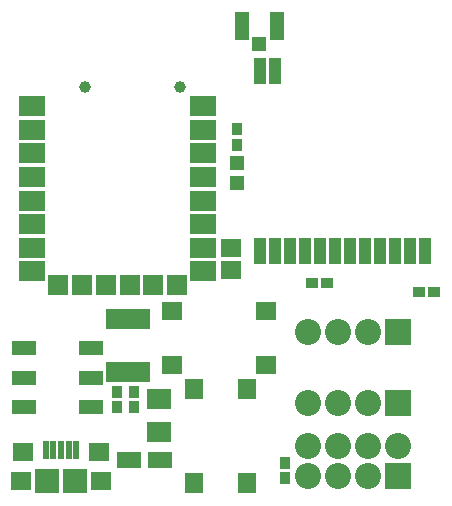
<source format=gts>
G04 DipTrace 3.0.0.1*
G04 ESP-12E_BASE_V2.2-2.gts*
%MOMM*%
G04 #@! TF.FileFunction,Soldermask,Top*
G04 #@! TF.Part,Single*
%ADD59C,1.0*%
%ADD64R,1.004X2.204*%
%ADD66R,1.704X1.704*%
%ADD68R,2.204X1.704*%
%ADD76R,2.154X1.304*%
%ADD78R,1.604X1.804*%
%ADD80R,2.204X2.204*%
%ADD82C,2.204*%
%ADD84R,1.254X2.404*%
%ADD86R,1.204X1.254*%
%ADD88R,2.104X2.104*%
%ADD90R,1.654X1.504*%
%ADD92R,1.804X1.604*%
%ADD94R,0.604X1.554*%
%ADD104R,3.804X1.704*%
%ADD106R,1.204X1.304*%
%ADD108R,0.904X1.104*%
%ADD110R,1.704X1.504*%
%ADD116R,1.104X0.904*%
%ADD120R,2.004X1.804*%
%ADD122R,2.004X1.454*%
%FSLAX35Y35*%
G04*
G71*
G90*
G75*
G01*
G04 TopMask*
%LPD*%
D122*
X2366800Y1326800D3*
X2106800D3*
D120*
X2364800Y1557800D3*
Y1837800D3*
D108*
X2145800Y1770800D3*
Y1900800D3*
D106*
X3022800Y3665800D3*
Y3835800D3*
D104*
X2101800Y2066800D3*
Y2516800D3*
D59*
X1735800Y4482800D3*
X2535800Y4479800D3*
D94*
X1401800Y1410800D3*
X1466800D3*
X1531800D3*
X1596800D3*
X1661800D3*
D92*
X1211800Y1388300D3*
X1851800D3*
D90*
X1189300Y1143300D3*
X1874300D3*
D88*
X1411800D3*
X1651800D3*
D86*
X3209800Y4841800D3*
D84*
X3357300Y4999300D3*
X3062300D3*
D82*
X4129800Y1185800D3*
Y1439800D3*
X3875800Y1185800D3*
Y1439800D3*
X4383800D3*
X3621800Y1185800D3*
Y1439800D3*
D80*
X4384800Y1185803D3*
D108*
X2003800Y1772800D3*
Y1902800D3*
X3018800Y4122800D3*
Y3992800D3*
D110*
X2971800Y3120800D3*
Y2930800D3*
D116*
X3657800Y2821800D3*
X3787800D3*
D108*
X3430800Y1299800D3*
Y1169800D3*
D116*
X4693800Y2747800D3*
X4563800D3*
D78*
X3107800Y1925800D3*
Y1125800D3*
X2657800Y1925800D3*
Y1125800D3*
D92*
X2471800Y2580800D3*
X3271800D3*
X2471800Y2130800D3*
X3271800D3*
D76*
X1785800Y1769800D3*
Y2019800D3*
Y2269800D3*
X1220800D3*
Y2019800D3*
Y1769800D3*
D68*
X1285800Y4319800D3*
Y4119800D3*
Y3919800D3*
Y3719800D3*
Y3519800D3*
Y3319800D3*
Y3119800D3*
Y2919800D3*
X2735800Y4319800D3*
Y4119800D3*
Y3919800D3*
Y3719800D3*
Y3519800D3*
Y3319800D3*
Y3119800D3*
Y2919800D3*
D66*
X1505800Y2805800D3*
X1705800D3*
X1909800D3*
X2113800D3*
X2313800D3*
X2513800D3*
D64*
X3212800Y3091800D3*
X3339800D3*
X3466800D3*
X3593800D3*
X3720800D3*
X3847800D3*
X3974800D3*
X4101800D3*
X4228800D3*
X4355800D3*
X4482800D3*
X4609800D3*
X3212800Y4615800D3*
X3339800D3*
D82*
X4127800Y2409800D3*
X3873800Y2409823D3*
X3619800D3*
D80*
X4382800Y2409797D3*
D82*
X4129800Y1803800D3*
X3875800Y1803823D3*
X3621800D3*
D80*
X4384800Y1803797D3*
M02*

</source>
